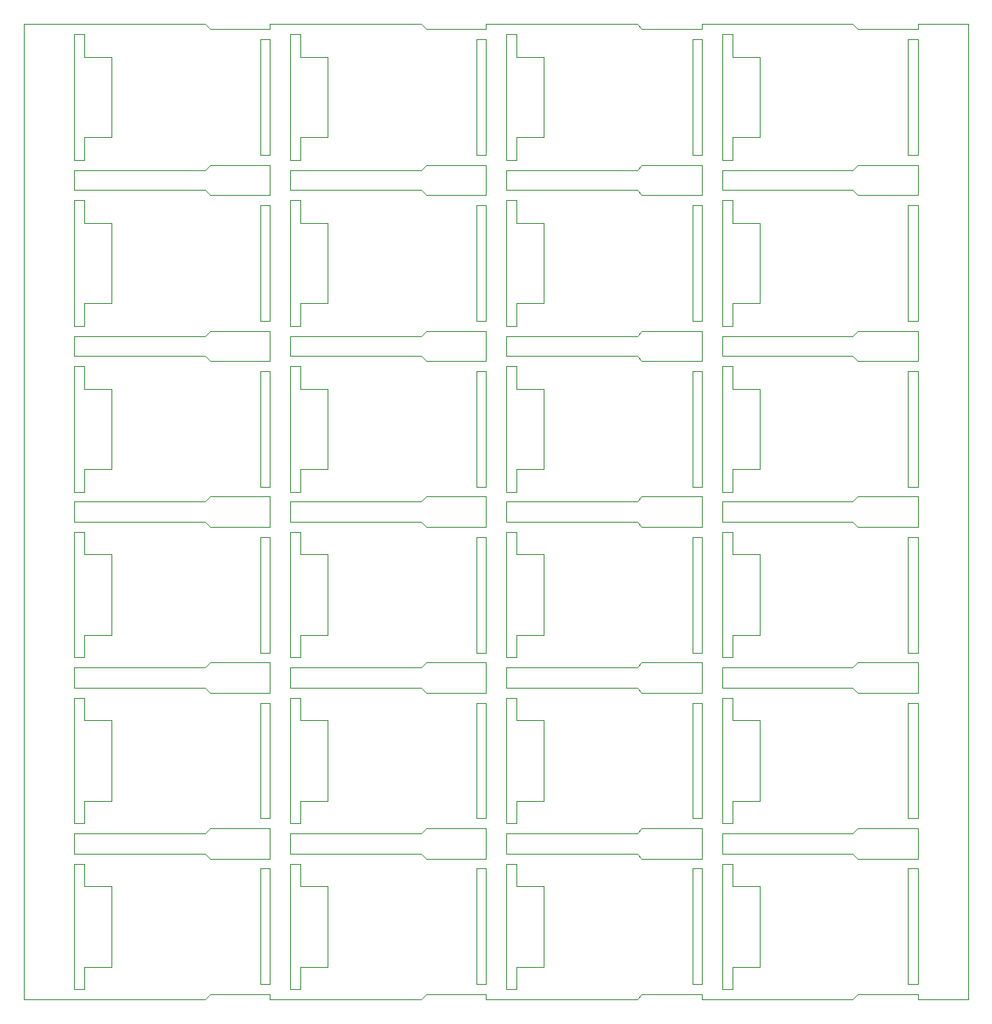
<source format=gm1>
%TF.GenerationSoftware,KiCad,Pcbnew,(5.1.6)-1*%
%TF.CreationDate,2020-09-22T23:15:16+09:00*%
%TF.ProjectId,funcdecoder_tomix_pcb_8919_rev0_panelize_94mm_97mm,66756e63-6465-4636-9f64-65725f746f6d,rev?*%
%TF.SameCoordinates,PX4c4b400PY3938700*%
%TF.FileFunction,Profile,NP*%
%FSLAX46Y46*%
G04 Gerber Fmt 4.6, Leading zero omitted, Abs format (unit mm)*
G04 Created by KiCad (PCBNEW (5.1.6)-1) date 2020-09-22 23:15:16*
%MOMM*%
%LPD*%
G01*
G04 APERTURE LIST*
%TA.AperFunction,Profile*%
%ADD10C,0.050000*%
%TD*%
G04 APERTURE END LIST*
D10*
X89000000Y0D02*
X89000000Y-500000D01*
X94000000Y0D02*
X89000000Y0D01*
X94000000Y-97000000D02*
X94000000Y0D01*
X89000000Y-97000000D02*
X94000000Y-97000000D01*
X67500000Y-96500000D02*
X67500000Y-97000000D01*
X0Y0D02*
X0Y-97000000D01*
X67500000Y-500000D02*
X67500000Y0D01*
X46000000Y-500000D02*
X46000000Y0D01*
X24500000Y-500000D02*
X24500000Y0D01*
X70500000Y-93750000D02*
X70500000Y-96000000D01*
X49000000Y-93750000D02*
X49000000Y-96000000D01*
X27500000Y-93750000D02*
X27500000Y-96000000D01*
X6000000Y-93750000D02*
X6000000Y-96000000D01*
X70500000Y-77250000D02*
X70500000Y-79500000D01*
X49000000Y-77250000D02*
X49000000Y-79500000D01*
X27500000Y-77250000D02*
X27500000Y-79500000D01*
X6000000Y-77250000D02*
X6000000Y-79500000D01*
X70500000Y-60750000D02*
X70500000Y-63000000D01*
X49000000Y-60750000D02*
X49000000Y-63000000D01*
X27500000Y-60750000D02*
X27500000Y-63000000D01*
X6000000Y-60750000D02*
X6000000Y-63000000D01*
X70500000Y-44250000D02*
X70500000Y-46500000D01*
X49000000Y-44250000D02*
X49000000Y-46500000D01*
X27500000Y-44250000D02*
X27500000Y-46500000D01*
X6000000Y-44250000D02*
X6000000Y-46500000D01*
X70500000Y-27750000D02*
X70500000Y-30000000D01*
X49000000Y-27750000D02*
X49000000Y-30000000D01*
X27500000Y-27750000D02*
X27500000Y-30000000D01*
X6000000Y-27750000D02*
X6000000Y-30000000D01*
X70500000Y-11250000D02*
X70500000Y-13500000D01*
X49000000Y-11250000D02*
X49000000Y-13500000D01*
X27500000Y-11250000D02*
X27500000Y-13500000D01*
X89000000Y-83000000D02*
X83000000Y-83000000D01*
X67500000Y-83000000D02*
X61500000Y-83000000D01*
X46000000Y-83000000D02*
X40000000Y-83000000D01*
X24500000Y-83000000D02*
X18500000Y-83000000D01*
X89000000Y-66500000D02*
X83000000Y-66500000D01*
X67500000Y-66500000D02*
X61500000Y-66500000D01*
X46000000Y-66500000D02*
X40000000Y-66500000D01*
X24500000Y-66500000D02*
X18500000Y-66500000D01*
X89000000Y-50000000D02*
X83000000Y-50000000D01*
X67500000Y-50000000D02*
X61500000Y-50000000D01*
X46000000Y-50000000D02*
X40000000Y-50000000D01*
X24500000Y-50000000D02*
X18500000Y-50000000D01*
X89000000Y-33500000D02*
X83000000Y-33500000D01*
X67500000Y-33500000D02*
X61500000Y-33500000D01*
X46000000Y-33500000D02*
X40000000Y-33500000D01*
X24500000Y-33500000D02*
X18500000Y-33500000D01*
X89000000Y-17000000D02*
X83000000Y-17000000D01*
X67500000Y-17000000D02*
X61500000Y-17000000D01*
X46000000Y-17000000D02*
X40000000Y-17000000D01*
X24500000Y-17000000D02*
X18500000Y-17000000D01*
X89000000Y-500000D02*
X83000000Y-500000D01*
X67500000Y-500000D02*
X61500000Y-500000D01*
X46000000Y-500000D02*
X40000000Y-500000D01*
X70500000Y-83500000D02*
X70500000Y-85750000D01*
X49000000Y-83500000D02*
X49000000Y-85750000D01*
X27500000Y-83500000D02*
X27500000Y-85750000D01*
X6000000Y-83500000D02*
X6000000Y-85750000D01*
X70500000Y-67000000D02*
X70500000Y-69250000D01*
X49000000Y-67000000D02*
X49000000Y-69250000D01*
X27500000Y-67000000D02*
X27500000Y-69250000D01*
X6000000Y-67000000D02*
X6000000Y-69250000D01*
X70500000Y-50500000D02*
X70500000Y-52750000D01*
X49000000Y-50500000D02*
X49000000Y-52750000D01*
X27500000Y-50500000D02*
X27500000Y-52750000D01*
X6000000Y-50500000D02*
X6000000Y-52750000D01*
X70500000Y-34000000D02*
X70500000Y-36250000D01*
X49000000Y-34000000D02*
X49000000Y-36250000D01*
X27500000Y-34000000D02*
X27500000Y-36250000D01*
X6000000Y-34000000D02*
X6000000Y-36250000D01*
X70500000Y-17500000D02*
X70500000Y-19750000D01*
X49000000Y-17500000D02*
X49000000Y-19750000D01*
X27500000Y-17500000D02*
X27500000Y-19750000D01*
X6000000Y-17500000D02*
X6000000Y-19750000D01*
X70500000Y-1000000D02*
X70500000Y-3250000D01*
X49000000Y-1000000D02*
X49000000Y-3250000D01*
X27500000Y-1000000D02*
X27500000Y-3250000D01*
X82500000Y-82500000D02*
X69500000Y-82500000D01*
X61000000Y-82500000D02*
X48000000Y-82500000D01*
X39500000Y-82500000D02*
X26500000Y-82500000D01*
X18000000Y-82500000D02*
X5000000Y-82500000D01*
X82500000Y-66000000D02*
X69500000Y-66000000D01*
X61000000Y-66000000D02*
X48000000Y-66000000D01*
X39500000Y-66000000D02*
X26500000Y-66000000D01*
X18000000Y-66000000D02*
X5000000Y-66000000D01*
X82500000Y-49500000D02*
X69500000Y-49500000D01*
X61000000Y-49500000D02*
X48000000Y-49500000D01*
X39500000Y-49500000D02*
X26500000Y-49500000D01*
X18000000Y-49500000D02*
X5000000Y-49500000D01*
X82500000Y-33000000D02*
X69500000Y-33000000D01*
X61000000Y-33000000D02*
X48000000Y-33000000D01*
X39500000Y-33000000D02*
X26500000Y-33000000D01*
X18000000Y-33000000D02*
X5000000Y-33000000D01*
X82500000Y-16500000D02*
X69500000Y-16500000D01*
X61000000Y-16500000D02*
X48000000Y-16500000D01*
X39500000Y-16500000D02*
X26500000Y-16500000D01*
X18000000Y-16500000D02*
X5000000Y-16500000D01*
X82500000Y0D02*
X67500000Y0D01*
X61000000Y0D02*
X46000000Y0D01*
X39500000Y0D02*
X24500000Y0D01*
X70500000Y-85750000D02*
X73250000Y-85750000D01*
X49000000Y-85750000D02*
X51750000Y-85750000D01*
X27500000Y-85750000D02*
X30250000Y-85750000D01*
X6000000Y-85750000D02*
X8750000Y-85750000D01*
X70500000Y-69250000D02*
X73250000Y-69250000D01*
X49000000Y-69250000D02*
X51750000Y-69250000D01*
X27500000Y-69250000D02*
X30250000Y-69250000D01*
X6000000Y-69250000D02*
X8750000Y-69250000D01*
X70500000Y-52750000D02*
X73250000Y-52750000D01*
X49000000Y-52750000D02*
X51750000Y-52750000D01*
X27500000Y-52750000D02*
X30250000Y-52750000D01*
X6000000Y-52750000D02*
X8750000Y-52750000D01*
X70500000Y-36250000D02*
X73250000Y-36250000D01*
X49000000Y-36250000D02*
X51750000Y-36250000D01*
X27500000Y-36250000D02*
X30250000Y-36250000D01*
X6000000Y-36250000D02*
X8750000Y-36250000D01*
X70500000Y-19750000D02*
X73250000Y-19750000D01*
X49000000Y-19750000D02*
X51750000Y-19750000D01*
X27500000Y-19750000D02*
X30250000Y-19750000D01*
X6000000Y-19750000D02*
X8750000Y-19750000D01*
X70500000Y-3250000D02*
X73250000Y-3250000D01*
X49000000Y-3250000D02*
X51750000Y-3250000D01*
X27500000Y-3250000D02*
X30250000Y-3250000D01*
X83000000Y-83000000D02*
X82500000Y-82500000D01*
X61500000Y-83000000D02*
X61000000Y-82500000D01*
X40000000Y-83000000D02*
X39500000Y-82500000D01*
X18500000Y-83000000D02*
X18000000Y-82500000D01*
X83000000Y-66500000D02*
X82500000Y-66000000D01*
X61500000Y-66500000D02*
X61000000Y-66000000D01*
X40000000Y-66500000D02*
X39500000Y-66000000D01*
X18500000Y-66500000D02*
X18000000Y-66000000D01*
X83000000Y-50000000D02*
X82500000Y-49500000D01*
X61500000Y-50000000D02*
X61000000Y-49500000D01*
X40000000Y-50000000D02*
X39500000Y-49500000D01*
X18500000Y-50000000D02*
X18000000Y-49500000D01*
X83000000Y-33500000D02*
X82500000Y-33000000D01*
X61500000Y-33500000D02*
X61000000Y-33000000D01*
X40000000Y-33500000D02*
X39500000Y-33000000D01*
X18500000Y-33500000D02*
X18000000Y-33000000D01*
X83000000Y-17000000D02*
X82500000Y-16500000D01*
X61500000Y-17000000D02*
X61000000Y-16500000D01*
X40000000Y-17000000D02*
X39500000Y-16500000D01*
X18500000Y-17000000D02*
X18000000Y-16500000D01*
X83000000Y-500000D02*
X82500000Y0D01*
X61500000Y-500000D02*
X61000000Y0D01*
X40000000Y-500000D02*
X39500000Y0D01*
X73250000Y-93750000D02*
X70500000Y-93750000D01*
X51750000Y-93750000D02*
X49000000Y-93750000D01*
X30250000Y-93750000D02*
X27500000Y-93750000D01*
X8750000Y-93750000D02*
X6000000Y-93750000D01*
X73250000Y-77250000D02*
X70500000Y-77250000D01*
X51750000Y-77250000D02*
X49000000Y-77250000D01*
X30250000Y-77250000D02*
X27500000Y-77250000D01*
X8750000Y-77250000D02*
X6000000Y-77250000D01*
X73250000Y-60750000D02*
X70500000Y-60750000D01*
X51750000Y-60750000D02*
X49000000Y-60750000D01*
X30250000Y-60750000D02*
X27500000Y-60750000D01*
X8750000Y-60750000D02*
X6000000Y-60750000D01*
X73250000Y-44250000D02*
X70500000Y-44250000D01*
X51750000Y-44250000D02*
X49000000Y-44250000D01*
X30250000Y-44250000D02*
X27500000Y-44250000D01*
X8750000Y-44250000D02*
X6000000Y-44250000D01*
X73250000Y-27750000D02*
X70500000Y-27750000D01*
X51750000Y-27750000D02*
X49000000Y-27750000D01*
X30250000Y-27750000D02*
X27500000Y-27750000D01*
X8750000Y-27750000D02*
X6000000Y-27750000D01*
X73250000Y-11250000D02*
X70500000Y-11250000D01*
X51750000Y-11250000D02*
X49000000Y-11250000D01*
X30250000Y-11250000D02*
X27500000Y-11250000D01*
X73250000Y-85750000D02*
X73250000Y-93750000D01*
X51750000Y-85750000D02*
X51750000Y-93750000D01*
X30250000Y-85750000D02*
X30250000Y-93750000D01*
X8750000Y-85750000D02*
X8750000Y-93750000D01*
X73250000Y-69250000D02*
X73250000Y-77250000D01*
X51750000Y-69250000D02*
X51750000Y-77250000D01*
X30250000Y-69250000D02*
X30250000Y-77250000D01*
X8750000Y-69250000D02*
X8750000Y-77250000D01*
X73250000Y-52750000D02*
X73250000Y-60750000D01*
X51750000Y-52750000D02*
X51750000Y-60750000D01*
X30250000Y-52750000D02*
X30250000Y-60750000D01*
X8750000Y-52750000D02*
X8750000Y-60750000D01*
X73250000Y-36250000D02*
X73250000Y-44250000D01*
X51750000Y-36250000D02*
X51750000Y-44250000D01*
X30250000Y-36250000D02*
X30250000Y-44250000D01*
X8750000Y-36250000D02*
X8750000Y-44250000D01*
X73250000Y-19750000D02*
X73250000Y-27750000D01*
X51750000Y-19750000D02*
X51750000Y-27750000D01*
X30250000Y-19750000D02*
X30250000Y-27750000D01*
X8750000Y-19750000D02*
X8750000Y-27750000D01*
X73250000Y-3250000D02*
X73250000Y-11250000D01*
X51750000Y-3250000D02*
X51750000Y-11250000D01*
X30250000Y-3250000D02*
X30250000Y-11250000D01*
X88000000Y-95500000D02*
X88000000Y-84000000D01*
X66500000Y-95500000D02*
X66500000Y-84000000D01*
X45000000Y-95500000D02*
X45000000Y-84000000D01*
X23500000Y-95500000D02*
X23500000Y-84000000D01*
X88000000Y-79000000D02*
X88000000Y-67500000D01*
X66500000Y-79000000D02*
X66500000Y-67500000D01*
X45000000Y-79000000D02*
X45000000Y-67500000D01*
X23500000Y-79000000D02*
X23500000Y-67500000D01*
X88000000Y-62500000D02*
X88000000Y-51000000D01*
X66500000Y-62500000D02*
X66500000Y-51000000D01*
X45000000Y-62500000D02*
X45000000Y-51000000D01*
X23500000Y-62500000D02*
X23500000Y-51000000D01*
X88000000Y-46000000D02*
X88000000Y-34500000D01*
X66500000Y-46000000D02*
X66500000Y-34500000D01*
X45000000Y-46000000D02*
X45000000Y-34500000D01*
X23500000Y-46000000D02*
X23500000Y-34500000D01*
X88000000Y-29500000D02*
X88000000Y-18000000D01*
X66500000Y-29500000D02*
X66500000Y-18000000D01*
X45000000Y-29500000D02*
X45000000Y-18000000D01*
X23500000Y-29500000D02*
X23500000Y-18000000D01*
X88000000Y-13000000D02*
X88000000Y-1500000D01*
X66500000Y-13000000D02*
X66500000Y-1500000D01*
X45000000Y-13000000D02*
X45000000Y-1500000D01*
X67500000Y-97000000D02*
X82500000Y-97000000D01*
X46000000Y-97000000D02*
X61000000Y-97000000D01*
X24500000Y-97000000D02*
X39500000Y-97000000D01*
X0Y-97000000D02*
X18000000Y-97000000D01*
X69500000Y-80500000D02*
X82500000Y-80500000D01*
X48000000Y-80500000D02*
X61000000Y-80500000D01*
X26500000Y-80500000D02*
X39500000Y-80500000D01*
X5000000Y-80500000D02*
X18000000Y-80500000D01*
X69500000Y-64000000D02*
X82500000Y-64000000D01*
X48000000Y-64000000D02*
X61000000Y-64000000D01*
X26500000Y-64000000D02*
X39500000Y-64000000D01*
X5000000Y-64000000D02*
X18000000Y-64000000D01*
X69500000Y-47500000D02*
X82500000Y-47500000D01*
X48000000Y-47500000D02*
X61000000Y-47500000D01*
X26500000Y-47500000D02*
X39500000Y-47500000D01*
X5000000Y-47500000D02*
X18000000Y-47500000D01*
X69500000Y-31000000D02*
X82500000Y-31000000D01*
X48000000Y-31000000D02*
X61000000Y-31000000D01*
X26500000Y-31000000D02*
X39500000Y-31000000D01*
X5000000Y-31000000D02*
X18000000Y-31000000D01*
X69500000Y-14500000D02*
X82500000Y-14500000D01*
X48000000Y-14500000D02*
X61000000Y-14500000D01*
X26500000Y-14500000D02*
X39500000Y-14500000D01*
X89000000Y-96500000D02*
X83000000Y-96500000D01*
X67500000Y-96500000D02*
X61500000Y-96500000D01*
X46000000Y-96500000D02*
X40000000Y-96500000D01*
X24500000Y-96500000D02*
X18500000Y-96500000D01*
X89000000Y-80000000D02*
X83000000Y-80000000D01*
X67500000Y-80000000D02*
X61500000Y-80000000D01*
X46000000Y-80000000D02*
X40000000Y-80000000D01*
X24500000Y-80000000D02*
X18500000Y-80000000D01*
X89000000Y-63500000D02*
X83000000Y-63500000D01*
X67500000Y-63500000D02*
X61500000Y-63500000D01*
X46000000Y-63500000D02*
X40000000Y-63500000D01*
X24500000Y-63500000D02*
X18500000Y-63500000D01*
X89000000Y-47000000D02*
X83000000Y-47000000D01*
X67500000Y-47000000D02*
X61500000Y-47000000D01*
X46000000Y-47000000D02*
X40000000Y-47000000D01*
X24500000Y-47000000D02*
X18500000Y-47000000D01*
X89000000Y-30500000D02*
X83000000Y-30500000D01*
X67500000Y-30500000D02*
X61500000Y-30500000D01*
X46000000Y-30500000D02*
X40000000Y-30500000D01*
X24500000Y-30500000D02*
X18500000Y-30500000D01*
X89000000Y-14000000D02*
X83000000Y-14000000D01*
X67500000Y-14000000D02*
X61500000Y-14000000D01*
X46000000Y-14000000D02*
X40000000Y-14000000D01*
X83000000Y-96500000D02*
X82500000Y-97000000D01*
X61500000Y-96500000D02*
X61000000Y-97000000D01*
X40000000Y-96500000D02*
X39500000Y-97000000D01*
X18500000Y-96500000D02*
X18000000Y-97000000D01*
X83000000Y-80000000D02*
X82500000Y-80500000D01*
X61500000Y-80000000D02*
X61000000Y-80500000D01*
X40000000Y-80000000D02*
X39500000Y-80500000D01*
X18500000Y-80000000D02*
X18000000Y-80500000D01*
X83000000Y-63500000D02*
X82500000Y-64000000D01*
X61500000Y-63500000D02*
X61000000Y-64000000D01*
X40000000Y-63500000D02*
X39500000Y-64000000D01*
X18500000Y-63500000D02*
X18000000Y-64000000D01*
X83000000Y-47000000D02*
X82500000Y-47500000D01*
X61500000Y-47000000D02*
X61000000Y-47500000D01*
X40000000Y-47000000D02*
X39500000Y-47500000D01*
X18500000Y-47000000D02*
X18000000Y-47500000D01*
X83000000Y-30500000D02*
X82500000Y-31000000D01*
X61500000Y-30500000D02*
X61000000Y-31000000D01*
X40000000Y-30500000D02*
X39500000Y-31000000D01*
X18500000Y-30500000D02*
X18000000Y-31000000D01*
X83000000Y-14000000D02*
X82500000Y-14500000D01*
X61500000Y-14000000D02*
X61000000Y-14500000D01*
X40000000Y-14000000D02*
X39500000Y-14500000D01*
X70500000Y-83500000D02*
X69500000Y-83500000D01*
X49000000Y-83500000D02*
X48000000Y-83500000D01*
X27500000Y-83500000D02*
X26500000Y-83500000D01*
X6000000Y-83500000D02*
X5000000Y-83500000D01*
X70500000Y-67000000D02*
X69500000Y-67000000D01*
X49000000Y-67000000D02*
X48000000Y-67000000D01*
X27500000Y-67000000D02*
X26500000Y-67000000D01*
X6000000Y-67000000D02*
X5000000Y-67000000D01*
X70500000Y-50500000D02*
X69500000Y-50500000D01*
X49000000Y-50500000D02*
X48000000Y-50500000D01*
X27500000Y-50500000D02*
X26500000Y-50500000D01*
X6000000Y-50500000D02*
X5000000Y-50500000D01*
X70500000Y-34000000D02*
X69500000Y-34000000D01*
X49000000Y-34000000D02*
X48000000Y-34000000D01*
X27500000Y-34000000D02*
X26500000Y-34000000D01*
X6000000Y-34000000D02*
X5000000Y-34000000D01*
X70500000Y-17500000D02*
X69500000Y-17500000D01*
X49000000Y-17500000D02*
X48000000Y-17500000D01*
X27500000Y-17500000D02*
X26500000Y-17500000D01*
X6000000Y-17500000D02*
X5000000Y-17500000D01*
X70500000Y-1000000D02*
X69500000Y-1000000D01*
X49000000Y-1000000D02*
X48000000Y-1000000D01*
X27500000Y-1000000D02*
X26500000Y-1000000D01*
X88000000Y-95500000D02*
X89000000Y-95500000D01*
X66500000Y-95500000D02*
X67500000Y-95500000D01*
X45000000Y-95500000D02*
X46000000Y-95500000D01*
X23500000Y-95500000D02*
X24500000Y-95500000D01*
X88000000Y-79000000D02*
X89000000Y-79000000D01*
X66500000Y-79000000D02*
X67500000Y-79000000D01*
X45000000Y-79000000D02*
X46000000Y-79000000D01*
X23500000Y-79000000D02*
X24500000Y-79000000D01*
X88000000Y-62500000D02*
X89000000Y-62500000D01*
X66500000Y-62500000D02*
X67500000Y-62500000D01*
X45000000Y-62500000D02*
X46000000Y-62500000D01*
X23500000Y-62500000D02*
X24500000Y-62500000D01*
X88000000Y-46000000D02*
X89000000Y-46000000D01*
X66500000Y-46000000D02*
X67500000Y-46000000D01*
X45000000Y-46000000D02*
X46000000Y-46000000D01*
X23500000Y-46000000D02*
X24500000Y-46000000D01*
X88000000Y-29500000D02*
X89000000Y-29500000D01*
X66500000Y-29500000D02*
X67500000Y-29500000D01*
X45000000Y-29500000D02*
X46000000Y-29500000D01*
X23500000Y-29500000D02*
X24500000Y-29500000D01*
X88000000Y-13000000D02*
X89000000Y-13000000D01*
X66500000Y-13000000D02*
X67500000Y-13000000D01*
X45000000Y-13000000D02*
X46000000Y-13000000D01*
X89000000Y-96500000D02*
X89000000Y-97000000D01*
X46000000Y-96500000D02*
X46000000Y-97000000D01*
X24500000Y-96500000D02*
X24500000Y-97000000D01*
X89000000Y-80000000D02*
X89000000Y-83000000D01*
X67500000Y-80000000D02*
X67500000Y-83000000D01*
X46000000Y-80000000D02*
X46000000Y-83000000D01*
X24500000Y-80000000D02*
X24500000Y-83000000D01*
X89000000Y-63500000D02*
X89000000Y-66500000D01*
X67500000Y-63500000D02*
X67500000Y-66500000D01*
X46000000Y-63500000D02*
X46000000Y-66500000D01*
X24500000Y-63500000D02*
X24500000Y-66500000D01*
X89000000Y-47000000D02*
X89000000Y-50000000D01*
X67500000Y-47000000D02*
X67500000Y-50000000D01*
X46000000Y-47000000D02*
X46000000Y-50000000D01*
X24500000Y-47000000D02*
X24500000Y-50000000D01*
X89000000Y-30500000D02*
X89000000Y-33500000D01*
X67500000Y-30500000D02*
X67500000Y-33500000D01*
X46000000Y-30500000D02*
X46000000Y-33500000D01*
X24500000Y-30500000D02*
X24500000Y-33500000D01*
X89000000Y-14000000D02*
X89000000Y-17000000D01*
X67500000Y-14000000D02*
X67500000Y-17000000D01*
X46000000Y-14000000D02*
X46000000Y-17000000D01*
X89000000Y-84000000D02*
X88000000Y-84000000D01*
X67500000Y-84000000D02*
X66500000Y-84000000D01*
X46000000Y-84000000D02*
X45000000Y-84000000D01*
X24500000Y-84000000D02*
X23500000Y-84000000D01*
X89000000Y-67500000D02*
X88000000Y-67500000D01*
X67500000Y-67500000D02*
X66500000Y-67500000D01*
X46000000Y-67500000D02*
X45000000Y-67500000D01*
X24500000Y-67500000D02*
X23500000Y-67500000D01*
X89000000Y-51000000D02*
X88000000Y-51000000D01*
X67500000Y-51000000D02*
X66500000Y-51000000D01*
X46000000Y-51000000D02*
X45000000Y-51000000D01*
X24500000Y-51000000D02*
X23500000Y-51000000D01*
X89000000Y-34500000D02*
X88000000Y-34500000D01*
X67500000Y-34500000D02*
X66500000Y-34500000D01*
X46000000Y-34500000D02*
X45000000Y-34500000D01*
X24500000Y-34500000D02*
X23500000Y-34500000D01*
X89000000Y-18000000D02*
X88000000Y-18000000D01*
X67500000Y-18000000D02*
X66500000Y-18000000D01*
X46000000Y-18000000D02*
X45000000Y-18000000D01*
X24500000Y-18000000D02*
X23500000Y-18000000D01*
X89000000Y-1500000D02*
X88000000Y-1500000D01*
X67500000Y-1500000D02*
X66500000Y-1500000D01*
X46000000Y-1500000D02*
X45000000Y-1500000D01*
X69500000Y-96000000D02*
X70500000Y-96000000D01*
X48000000Y-96000000D02*
X49000000Y-96000000D01*
X26500000Y-96000000D02*
X27500000Y-96000000D01*
X5000000Y-96000000D02*
X6000000Y-96000000D01*
X69500000Y-79500000D02*
X70500000Y-79500000D01*
X48000000Y-79500000D02*
X49000000Y-79500000D01*
X26500000Y-79500000D02*
X27500000Y-79500000D01*
X5000000Y-79500000D02*
X6000000Y-79500000D01*
X69500000Y-63000000D02*
X70500000Y-63000000D01*
X48000000Y-63000000D02*
X49000000Y-63000000D01*
X26500000Y-63000000D02*
X27500000Y-63000000D01*
X5000000Y-63000000D02*
X6000000Y-63000000D01*
X69500000Y-46500000D02*
X70500000Y-46500000D01*
X48000000Y-46500000D02*
X49000000Y-46500000D01*
X26500000Y-46500000D02*
X27500000Y-46500000D01*
X5000000Y-46500000D02*
X6000000Y-46500000D01*
X69500000Y-30000000D02*
X70500000Y-30000000D01*
X48000000Y-30000000D02*
X49000000Y-30000000D01*
X26500000Y-30000000D02*
X27500000Y-30000000D01*
X5000000Y-30000000D02*
X6000000Y-30000000D01*
X69500000Y-13500000D02*
X70500000Y-13500000D01*
X48000000Y-13500000D02*
X49000000Y-13500000D01*
X26500000Y-13500000D02*
X27500000Y-13500000D01*
X69500000Y-83500000D02*
X69500000Y-96000000D01*
X48000000Y-83500000D02*
X48000000Y-96000000D01*
X26500000Y-83500000D02*
X26500000Y-96000000D01*
X5000000Y-83500000D02*
X5000000Y-96000000D01*
X69500000Y-67000000D02*
X69500000Y-79500000D01*
X48000000Y-67000000D02*
X48000000Y-79500000D01*
X26500000Y-67000000D02*
X26500000Y-79500000D01*
X5000000Y-67000000D02*
X5000000Y-79500000D01*
X69500000Y-50500000D02*
X69500000Y-63000000D01*
X48000000Y-50500000D02*
X48000000Y-63000000D01*
X26500000Y-50500000D02*
X26500000Y-63000000D01*
X5000000Y-50500000D02*
X5000000Y-63000000D01*
X69500000Y-34000000D02*
X69500000Y-46500000D01*
X48000000Y-34000000D02*
X48000000Y-46500000D01*
X26500000Y-34000000D02*
X26500000Y-46500000D01*
X5000000Y-34000000D02*
X5000000Y-46500000D01*
X69500000Y-17500000D02*
X69500000Y-30000000D01*
X48000000Y-17500000D02*
X48000000Y-30000000D01*
X26500000Y-17500000D02*
X26500000Y-30000000D01*
X5000000Y-17500000D02*
X5000000Y-30000000D01*
X69500000Y-1000000D02*
X69500000Y-13500000D01*
X48000000Y-1000000D02*
X48000000Y-13500000D01*
X26500000Y-1000000D02*
X26500000Y-13500000D01*
X69500000Y-80500000D02*
X69500000Y-82500000D01*
X48000000Y-80500000D02*
X48000000Y-82500000D01*
X26500000Y-80500000D02*
X26500000Y-82500000D01*
X5000000Y-80500000D02*
X5000000Y-82500000D01*
X69500000Y-64000000D02*
X69500000Y-66000000D01*
X48000000Y-64000000D02*
X48000000Y-66000000D01*
X26500000Y-64000000D02*
X26500000Y-66000000D01*
X5000000Y-64000000D02*
X5000000Y-66000000D01*
X69500000Y-47500000D02*
X69500000Y-49500000D01*
X48000000Y-47500000D02*
X48000000Y-49500000D01*
X26500000Y-47500000D02*
X26500000Y-49500000D01*
X5000000Y-47500000D02*
X5000000Y-49500000D01*
X69500000Y-31000000D02*
X69500000Y-33000000D01*
X48000000Y-31000000D02*
X48000000Y-33000000D01*
X26500000Y-31000000D02*
X26500000Y-33000000D01*
X5000000Y-31000000D02*
X5000000Y-33000000D01*
X69500000Y-14500000D02*
X69500000Y-16500000D01*
X48000000Y-14500000D02*
X48000000Y-16500000D01*
X26500000Y-14500000D02*
X26500000Y-16500000D01*
X89000000Y-95500000D02*
X89000000Y-84000000D01*
X67500000Y-95500000D02*
X67500000Y-84000000D01*
X46000000Y-95500000D02*
X46000000Y-84000000D01*
X24500000Y-95500000D02*
X24500000Y-84000000D01*
X89000000Y-79000000D02*
X89000000Y-67500000D01*
X67500000Y-79000000D02*
X67500000Y-67500000D01*
X46000000Y-79000000D02*
X46000000Y-67500000D01*
X24500000Y-79000000D02*
X24500000Y-67500000D01*
X89000000Y-62500000D02*
X89000000Y-51000000D01*
X67500000Y-62500000D02*
X67500000Y-51000000D01*
X46000000Y-62500000D02*
X46000000Y-51000000D01*
X24500000Y-62500000D02*
X24500000Y-51000000D01*
X89000000Y-46000000D02*
X89000000Y-34500000D01*
X67500000Y-46000000D02*
X67500000Y-34500000D01*
X46000000Y-46000000D02*
X46000000Y-34500000D01*
X24500000Y-46000000D02*
X24500000Y-34500000D01*
X89000000Y-29500000D02*
X89000000Y-18000000D01*
X67500000Y-29500000D02*
X67500000Y-18000000D01*
X46000000Y-29500000D02*
X46000000Y-18000000D01*
X24500000Y-29500000D02*
X24500000Y-18000000D01*
X89000000Y-13000000D02*
X89000000Y-1500000D01*
X67500000Y-13000000D02*
X67500000Y-1500000D01*
X46000000Y-13000000D02*
X46000000Y-1500000D01*
X5000000Y-14500000D02*
X5000000Y-16500000D01*
X24500000Y-14000000D02*
X24500000Y-17000000D01*
X24500000Y-1500000D02*
X23500000Y-1500000D01*
X24500000Y-13000000D02*
X24500000Y-1500000D01*
X23500000Y-13000000D02*
X24500000Y-13000000D01*
X5000000Y-13500000D02*
X6000000Y-13500000D01*
X5000000Y-1000000D02*
X5000000Y-13500000D01*
X6000000Y-1000000D02*
X5000000Y-1000000D01*
X18500000Y-500000D02*
X18000000Y0D01*
X24500000Y-500000D02*
X18500000Y-500000D01*
X18500000Y-14000000D02*
X18000000Y-14500000D01*
X24500000Y-14000000D02*
X18500000Y-14000000D01*
X6000000Y-11250000D02*
X6000000Y-13500000D01*
X8750000Y-11250000D02*
X6000000Y-11250000D01*
X8750000Y-3250000D02*
X8750000Y-11250000D01*
X6000000Y-3250000D02*
X8750000Y-3250000D01*
X6000000Y-1000000D02*
X6000000Y-3250000D01*
X18000000Y0D02*
X0Y0D01*
X23500000Y-13000000D02*
X23500000Y-1500000D01*
X5000000Y-14500000D02*
X18000000Y-14500000D01*
M02*

</source>
